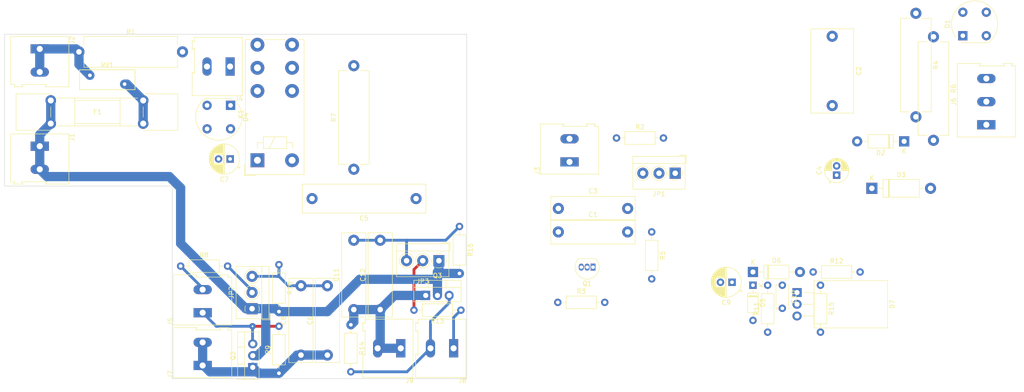
<source format=kicad_pcb>
(kicad_pcb (version 20211014) (generator pcbnew)
  (layers (0 "F.Cu" signal) (31 "B.Cu" signal) (34 "B.Paste" user) (35 "F.Paste" user) (36 "B.SilkS" user "B.Silkscreen") (37 "F.SilkS" user "F.Silkscreen") (38 "B.Mask" user) (39 "F.Mask" user) (44 "Edge.Cuts" user))
  (net 0 "")
  (net 1 "/RL_PoleOneNC")
  (net 2 "/Timed live")
  (net 3 "Net-(C1-Pad2)")
  (net 4 "Net-(C2-Pad2)")
  (net 5 "Net-(C5-Pad2)")
  (net 6 "Net-(C6-Pad2)")
  (net 7 "/Inrush protection")
  (net 8 "Net-(C4-Pad1)")
  (net 9 "Net-(C10-Pad1)")
  (net 10 "Net-(C10-Pad2)")
  (net 11 "Net-(C11-Pad2)")
  (net 12 "/Protection short")
  (net 13 "Net-(C4-Pad2)")
  (net 14 "/Timing signal")
  (net 15 "Net-(C7-Pad1)")
  (net 16 "/Control neutral")
  (net 17 "Net-(D6-Pad2)")
  (net 18 "/Live")
  (net 19 "/Neutral")
  (net 20 "Net-(D2-Pad2)")
  (net 21 "Net-(J3-Pad1)")
  (net 22 "Net-(J5-Pad1)")
  (net 23 "Net-(J5-Pad2)")
  (net 24 "Net-(Q3-Pad3)")
  (net 25 "Net-(R13-Pad1)")
  (net 26 "/Control Live")
  (net 27 "Net-(JP1-Pad2)")
  (net 28 "Net-(JP2-Pad2)")
  (net 29 "Net-(J3-Pad2)")
  (net 33 "Net-(R12-Pad2)")
  (net 34 "Net-(R13-Pad2)")
  (footprint "Capacitor_THT:C_Rect_L26.5mm_W6.0mm_P22.50mm_MKS4" (layer "F.Cu") (at 121.0375 60.96 180)
    (fp_text reference "C5" (at 11.25 -4.25) (layer "F.SilkS"))
    (fp_text value "220uF")
    (pad "1" thru_hole circle (at 0 0 180) (size 2.4 2.4) (drill 1.2) (layers *.Cu *.Mask) (net 2 "/Timed live"))
    (pad "2" thru_hole circle (at 22.5 0 180) (size 2.4 2.4) (drill 1.2) (layers *.Cu *.Mask) (net 5 "Net-(C5-Pad2)"))
  )
  (footprint "TerminalBlock:TerminalBlock_Altech_AK300-2_P5.00mm" (layer "F.Cu") (at 74.8625 85.645 90)
    (fp_text reference "J5" (at -1.92 -6.99 90) (layer "F.SilkS"))
    (fp_text value "Screw_Terminal_01x02")
    (pad "1" thru_hole rect (at 0 0 90) (size 1.98 3.96) (drill 1.32) (layers *.Cu *.Mask) (net 22 "Net-(J5-Pad1)"))
    (pad "2" thru_hole oval (at 5 0 90) (size 1.98 3.96) (drill 1.32) (layers *.Cu *.Mask) (net 23 "Net-(J5-Pad2)"))
  )
  (footprint "TerminalBlock:TerminalBlock_Altech_AK300-2_P5.00mm" (layer "F.Cu") (at 74.8625 97.0625 90)
    (fp_text reference "J7" (at -1.92 -6.99 90) (layer "F.SilkS"))
    (fp_text value "Screw_Terminal_01x02")
    (pad "1" thru_hole rect (at 0 0 90) (size 1.98 3.96) (drill 1.32) (layers *.Cu *.Mask) (net 7 "/Inrush protection"))
    (pad "2" thru_hole oval (at 5 0 90) (size 1.98 3.96) (drill 1.32) (layers *.Cu *.Mask) (net 7 "/Inrush protection"))
  )
  (footprint "Capacitor_THT:C_Rect_L18.0mm_W5.0mm_P15.00mm_FKS3_FKP3" (layer "F.Cu") (at 101.85 94.8125 90)
    (fp_text reference "C6" (at 7.5 -3.75 90) (layer "F.SilkS"))
    (fp_text value "10nF")
    (pad "1" thru_hole circle (at 0 0 90) (size 2.4 2.4) (drill 1.2) (layers *.Cu *.Mask) (net 7 "/Inrush protection"))
    (pad "2" thru_hole circle (at 15 0 90) (size 2.4 2.4) (drill 1.2) (layers *.Cu *.Mask) (net 6 "Net-(C6-Pad2)"))
  )
  (footprint "Resistor_THT:R_Axial_DIN0207_L6.3mm_D2.5mm_P10.16mm_Horizontal" (layer "F.Cu") (at 151.6975 83.41)
    (fp_text reference "R3" (at 5.08 -2.37) (layer "F.SilkS"))
    (fp_text value "390")
    (pad "1" thru_hole circle (at 0 0) (size 1.6 1.6) (drill 0.8) (layers *.Cu *.Mask) (net 2 "/Timed live"))
    (pad "2" thru_hole oval (at 10.16 0) (size 1.6 1.6) (drill 0.8) (layers *.Cu *.Mask) (net 21 "Net-(J3-Pad1)"))
  )
  (footprint "Diode_THT:D_DO-15_P12.70mm_Horizontal" (layer "F.Cu") (at 219.6425 58.7375)
    (fp_text reference "D3" (at 6.35 -2.92) (layer "F.SilkS"))
    (fp_text value "D_TVS_Filled")
    (fp_text user "K" (at 0 -2.2) (layer "F.SilkS"))
    (pad "1" thru_hole rect (at 0 0) (size 2.4 2.4) (drill 1.2) (layers *.Cu *.Mask) (net 13 "Net-(C4-Pad2)"))
    (pad "2" thru_hole oval (at 12.7 0) (size 2.4 2.4) (drill 1.2) (layers *.Cu *.Mask) (net 8 "Net-(C4-Pad1)"))
  )
  (footprint "Resistor_THT:R_Axial_DIN0207_L6.3mm_D2.5mm_P10.16mm_Horizontal" (layer "F.Cu") (at 164.3975 47.85)
    (fp_text reference "R2" (at 5.08 -2.37) (layer "F.SilkS"))
    (fp_text value "360")
    (pad "1" thru_hole circle (at 0 0) (size 1.6 1.6) (drill 0.8) (layers *.Cu *.Mask) (net 29 "Net-(J3-Pad2)"))
    (pad "2" thru_hole oval (at 10.16 0) (size 1.6 1.6) (drill 0.8) (layers *.Cu *.Mask) (net 27 "Net-(JP1-Pad2)"))
  )
  (footprint "Diode_THT:D_DO-35_SOD27_P7.62mm_Horizontal" (layer "F.Cu") (at 193.925 79.6925 -90)
    (fp_text reference "D5" (at 3.81 -2.12 -270) (layer "F.SilkS"))
    (fp_text value "15V")
    (fp_text user "K" (at 0 -1.8 -270) (layer "F.SilkS"))
    (pad "1" thru_hole rect (at 0 0 270) (size 1.6 1.6) (drill 0.8) (layers *.Cu *.Mask) (net 15 "Net-(C7-Pad1)"))
    (pad "2" thru_hole oval (at 7.62 0 270) (size 1.6 1.6) (drill 0.8) (layers *.Cu *.Mask) (net 10 "Net-(C10-Pad2)"))
  )
  (footprint "Resistor_THT:R_Axial_DIN0207_L6.3mm_D2.5mm_P10.16mm_Horizontal" (layer "F.Cu") (at 70.1 75.565)
    (fp_text reference "R8" (at 5.08 -2.37) (layer "F.SilkS"))
    (fp_text value "360")
    (pad "1" thru_hole circle (at 0 0) (size 1.6 1.6) (drill 0.8) (layers *.Cu *.Mask) (net 23 "Net-(J5-Pad2)"))
    (pad "2" thru_hole oval (at 10.16 0) (size 1.6 1.6) (drill 0.8) (layers *.Cu *.Mask) (net 28 "Net-(JP2-Pad2)"))
  )
  (footprint "Diode_THT:D_DO-41_SOD81_P10.16mm_Horizontal" (layer "F.Cu") (at 193.925 76.835)
    (fp_text reference "D6" (at 5.08 -2.47) (layer "F.SilkS"))
    (fp_text value "1N4001")
    (fp_text user "K" (at 0 -2.1) (layer "F.SilkS"))
    (pad "1" thru_hole rect (at 0 0) (size 2.2 2.2) (drill 1.1) (layers *.Cu *.Mask) (net 15 "Net-(C7-Pad1)"))
    (pad "2" thru_hole oval (at 10.16 0) (size 2.2 2.2) (drill 1.1) (layers *.Cu *.Mask) (net 17 "Net-(D6-Pad2)"))
  )
  (footprint "Resistor_THT:R_Axial_DIN0207_L6.3mm_D2.5mm_P10.16mm_Horizontal" (layer "F.Cu") (at 130.7425 85.09 180)
    (fp_text reference "R13" (at 5.08 -2.37) (layer "F.SilkS"))
    (fp_text value "360")
    (pad "1" thru_hole circle (at 0 0 180) (size 1.6 1.6) (drill 0.8) (layers *.Cu *.Mask) (net 25 "Net-(R13-Pad1)"))
    (pad "2" thru_hole oval (at 10.16 0 180) (size 1.6 1.6) (drill 0.8) (layers *.Cu *.Mask) (net 34 "Net-(R13-Pad2)"))
  )
  (footprint "TerminalBlock_4Ucon:TerminalBlock_4Ucon_1x03_P3.50mm_Horizontal" (layer "F.Cu") (at 177.0975 55.47 180)
    (fp_text reference "JP1" (at 3.5 -4.46 180) (layer "F.SilkS"))
    (fp_text value "Jumper_3_Open")
    (pad "1" thru_hole rect (at 0 0 180) (size 2.4 2.4) (drill 1.2) (layers *.Cu *.Mask) (net 26 "/Control Live"))
    (pad "2" thru_hole circle (at 3.5 0 180) (size 2.4 2.4) (drill 1.2) (layers *.Cu *.Mask) (net 27 "Net-(JP1-Pad2)"))
    (pad "3" thru_hole circle (at 7 0 180) (size 2.4 2.4) (drill 1.2) (layers *.Cu *.Mask) (net 3 "Net-(C1-Pad2)"))
  )
  (footprint "Resistor_THT:R_Axial_DIN0207_L6.3mm_D2.5mm_P10.16mm_Horizontal" (layer "F.Cu") (at 130.425 66.9925 -90)
    (fp_text reference "R16" (at 5.08 -2.37 90) (layer "F.SilkS"))
    (fp_text value "47")
    (pad "1" thru_hole circle (at 0 0 270) (size 1.6 1.6) (drill 0.8) (layers *.Cu *.Mask) (net 11 "Net-(C11-Pad2)"))
    (pad "2" thru_hole oval (at 10.16 0 270) (size 1.6 1.6) (drill 0.8) (layers *.Cu *.Mask) (net 18 "/Live"))
  )
  (footprint "Varistor:RV_Disc_D12mm_W4.3mm_P7.5mm" (layer "F.Cu") (at 57.975 36.1925 180)
    (fp_text reference "RV1" (at 3.75 4.1) (layer "F.SilkS"))
    (fp_text value "Varistor")
    (pad "1" thru_hole circle (at 0 0 180) (size 1.8 1.8) (drill 0.8) (layers *.Cu *.Mask) (net 26 "/Control Live"))
    (pad "2" thru_hole circle (at 7.5 1.9 180) (size 1.8 1.8) (drill 0.8) (layers *.Cu *.Mask) (net 19 "/Neutral"))
  )
  (footprint "Diode_THT:D_DO-41_SOD81_P10.16mm_Horizontal" (layer "F.Cu") (at 226.6275 48.5775 180)
    (fp_text reference "D2" (at 5.08 -2.47) (layer "F.SilkS"))
    (fp_text value "STTH110")
    (fp_text user "K" (at 0 -2.1) (layer "F.SilkS"))
    (pad "1" thru_hole rect (at 0 0 180) (size 2.2 2.2) (drill 1.1) (layers *.Cu *.Mask) (net 14 "/Timing signal"))
    (pad "2" thru_hole oval (at 10.16 0 180) (size 2.2 2.2) (drill 1.1) (layers *.Cu *.Mask) (net 20 "Net-(D2-Pad2)"))
  )
  (footprint "Diode_THT:Diode_Bridge_Round_D9.8mm" (layer "F.Cu") (at 80.9 40.79 -90)
    (fp_text reference "D4" (at 2.54 -3.302 90) (layer "F.SilkS"))
    (fp_text value "B80C800G")
    (pad "1" thru_hole rect (at 0 0 270) (size 2 2) (drill 1) (layers *.Cu *.Mask) (net 15 "Net-(C7-Pad1)"))
    (pad "2" thru_hole oval (at 0 5.08 270) (size 2 2) (drill 1) (layers *.Cu *.Mask) (net 16 "/Control neutral"))
    (pad "3" thru_hole oval (at 5.08 5.08 270) (size 2 2) (drill 1) (layers *.Cu *.Mask) (net 9 "Net-(C10-Pad1)"))
    (pad "4" thru_hole oval (at 5.08 0 270) (size 2 2) (drill 1) (layers *.Cu *.Mask) (net 5 "Net-(C5-Pad2)"))
  )
  (footprint "TerminalBlock:TerminalBlock_Altech_AK300-2_P5.00mm" (layer "F.Cu") (at 129.155 93.345 180)
    (fp_text reference "J8" (at -1.92 -6.99) (layer "F.SilkS"))
    (fp_text value "Screw_Terminal_01x02")
    (pad "1" thru_hole rect (at 0 0 180) (size 1.98 3.96) (drill 1.32) (layers *.Cu *.Mask) (net 25 "Net-(R13-Pad1)"))
    (pad "2" thru_hole oval (at 5 0 180) (size 1.98 3.96) (drill 1.32) (layers *.Cu *.Mask) (net 24 "Net-(Q3-Pad3)"))
  )
  (footprint "Package_TO_SOT_THT:TO-220-3_Vertical" (layer "F.Cu") (at 123.1225 81.9075)
    (fp_text reference "Q3" (at 2.54 -4.27) (layer "F.SilkS"))
    (fp_text value "BTB16-800CW")
    (pad "1" thru_hole rect (at 0 0) (size 1.905 2) (drill 1.1) (layers *.Cu *.Mask) (net 12 "/Protection short"))
    (pad "2" thru_hole oval (at 2.54 0) (size 1.905 2) (drill 1.1) (layers *.Cu *.Mask) (net 18 "/Live"))
    (pad "3" thru_hole oval (at 5.08 0) (size 1.905 2) (drill 1.1) (layers *.Cu *.Mask) (net 24 "Net-(Q3-Pad3)"))
  )
  (footprint "TerminalBlock:TerminalBlock_Altech_AK300-2_P5.00mm" (layer "F.Cu") (at 39.62 28.575 -90)
    (fp_text reference "J2" (at -1.92 -6.99 90) (layer "F.SilkS"))
    (fp_text value "Screw_Terminal_01x02")
    (pad "1" thru_hole rect (at 0 0 270) (size 1.98 3.96) (drill 1.32) (layers *.Cu *.Mask) (net 19 "/Neutral"))
    (pad "2" thru_hole oval (at 5 0 270) (size 1.98 3.96) (drill 1.32) (layers *.Cu *.Mask) (net 19 "/Neutral"))
  )
  (footprint "Resistor_THT:R_Axial_Power_L20.0mm_W6.4mm_P22.40mm" (layer "F.Cu") (at 229.1675 20.8675 -90)
    (fp_text reference "R4" (at 11.2 -4.32 90) (layer "F.SilkS"))
    (fp_text value "1M")
    (pad "1" thru_hole circle (at 0 0 270) (size 2.4 2.4) (drill 1.2) (layers *.Cu *.Mask) (net 1 "/RL_PoleOneNC"))
    (pad "2" thru_hole oval (at 22.4 0 270) (size 2.4 2.4) (drill 1.2) (layers *.Cu *.Mask) (net 4 "Net-(C2-Pad2)"))
  )
  (footprint "Capacitor_THT:C_Rect_L18.0mm_W5.0mm_P15.00mm_FKS3_FKP3" (layer "F.Cu") (at 113.28 84.97 90)
    (fp_text reference "C12" (at 7.5 -3.75 90) (layer "F.SilkS"))
    (fp_text value "10nF")
    (pad "1" thru_hole circle (at 0 0 90) (size 2.4 2.4) (drill 1.2) (layers *.Cu *.Mask) (net 12 "/Protection short"))
    (pad "2" thru_hole circle (at 15 0 90) (size 2.4 2.4) (drill 1.2) (layers *.Cu *.Mask) (net 11 "Net-(C11-Pad2)"))
  )
  (footprint "Resistor_THT:R_Axial_DIN0207_L6.3mm_D2.5mm_P10.16mm_Horizontal" (layer "F.Cu") (at 197.1 89.8525 90)
    (fp_text reference "R11" (at 5.08 -2.37 90) (layer "F.SilkS"))
    (fp_text value "470R")
    (pad "1" thru_hole circle (at 0 0 90) (size 1.6 1.6) (drill 0.8) (layers *.Cu *.Mask) (net 10 "Net-(C10-Pad2)"))
    (pad "2" thru_hole oval (at 10.16 0 90) (size 1.6 1.6) (drill 0.8) (layers *.Cu *.Mask) (net 9 "Net-(C10-Pad1)"))
  )
  (footprint "Capacitor_THT:C_Disc_D5.0mm_W2.5mm_P5.00mm" (layer "F.Cu") (at 200.275 79.6925 -90)
    (fp_text reference "C10" (at 2.5 -2.5 90) (layer "F.SilkS"))
    (fp_text value "100nF")
    (pad "1" thru_hole circle (at 0 0 270) (size 1.6 1.6) (drill 0.8) (layers *.Cu *.Mask) (net 9 "Net-(C10-Pad1)"))
    (pad "2" thru_hole circle (at 5 0 270) (size 1.6 1.6) (drill 0.8) (layers *.Cu *.Mask) (net 10 "Net-(C10-Pad2)"))
  )
  (footprint "Capacitor_THT:C_Rect_L18.0mm_W5.0mm_P15.00mm_FKS3_FKP3" (layer "F.Cu") (at 151.8175 68.17)
    (fp_text reference "C1" (at 7.5 -3.75) (layer "F.SilkS"))
    (fp_text value "10nF")
    (pad "1" thru_hole circle (at 0 0) (size 2.4 2.4) (drill 1.2) (layers *.Cu *.Mask) (net 2 "/Timed live"))
    (pad "2" thru_hole circle (at 15 0) (size 2.4 2.4) (drill 1.2) (layers *.Cu *.Mask) (net 3 "Net-(C1-Pad2)"))
  )
  (footprint "TerminalBlock:TerminalBlock_Altech_AK300-3_P5.00mm" (layer "F.Cu") (at 244.4175 44.9825 90)
    (fp_text reference "J6" (at 5 -7.1 90) (layer "F.SilkS"))
    (fp_text value "Screw_Terminal_01x03")
    (pad "1" thru_hole rect (at 0 0 90) (size 1.98 3.96) (drill 1.32) (layers *.Cu *.Mask) (net 14 "/Timing signal"))
    (pad "2" thru_hole oval (at 5 0 90) (size 1.98 3.96) (drill 1.32) (layers *.Cu *.Mask) (net 8 "Net-(C4-Pad1)"))
    (pad "3" thru_hole oval (at 10 0 90) (size 1.98 3.96) (drill 1.32) (layers *.Cu *.Mask) (net 13 "Net-(C4-Pad2)"))
  )
  (footprint "ITFootprints:Fuseholder_Clip-5x20mmOr6.3x32_Schurter_OG_Lateral_P20.00x5.00mm_D1.3mm_Horizontal" (layer "F.Cu") (at 42.0025 39.7275)
    (fp_text reference "F1" (at 10.1 2.5) (layer "F.SilkS"))
    (fp_text value "Fuse")
    (pad "1" thru_hole circle (at 0 5) (size 2.3 2.3) (drill 1.3) (layers *.Cu *.Mask) (net 18 "/Live"))
    (pad "1" thru_hole circle (at 0 0) (size 2.3 2.3) (drill 1.3) (layers *.Cu *.Mask) (net 18 "/Live"))
    (pad "2" thru_hole circle (at 20 0) (size 2.3 2.3) (drill 1.3) (layers *.Cu *.Mask) (net 26 "/Control Live"))
    (pad "2" thru_hole circle (at 20 5) (size 2.3 2.3) (drill 1.3) (layers *.Cu *.Mask) (net 26 "/Control Live"))
  )
  (footprint "Capacitor_THT:C_Rect_L18.0mm_W5.0mm_P15.00mm_FKS3_FKP3" (layer "F.Cu") (at 107.565 84.97 90)
    (fp_text reference "C11" (at 7.5 -3.75 90) (layer "F.SilkS"))
    (fp_text value "10nF")
    (pad "1" thru_hole circle (at 0 0 90) (size 2.4 2.4) (drill 1.2) (layers *.Cu *.Mask) (net 12 "/Protection short"))
    (pad "2" thru_hole circle (at 15 0 90) (size 2.4 2.4) (drill 1.2) (layers *.Cu *.Mask) (net 11 "Net-(C11-Pad2)"))
  )
  (footprint "Resistor_THT:R_Axial_DIN0207_L6.3mm_D2.5mm_P10.16mm_Horizontal" (layer "F.Cu") (at 91.3725 98.7425 90)
    (fp_text reference "R9" (at 5.08 -2.37 90) (layer "F.SilkS"))
    (fp_text value "390")
    (pad "1" thru_hole circle (at 0 0 90) (size 1.6 1.6) (drill 0.8) (layers *.Cu *.Mask) (net 7 "/Inrush protection"))
    (pad "2" thru_hole oval (at 10.16 0 90) (size 1.6 1.6) (drill 0.8) (layers *.Cu *.Mask) (net 22 "Net-(J5-Pad1)"))
  )
  (footprint "Resistor_THT:R_Axial_DIN0207_L6.3mm_D2.5mm_P10.16mm_Horizontal" (layer "F.Cu") (at 172.0175 68.17 -90)
    (fp_text reference "R5" (at 5.08 -2.37 90) (layer "F.SilkS"))
    (fp_text value "47")
    (pad "1" thru_hole circle (at 0 0 270) (size 1.6 1.6) (drill 0.8) (layers *.Cu *.Mask) (net 3 "Net-(C1-Pad2)"))
    (pad "2" thru_hole oval (at 10.16 0 270) (size 1.6 1.6) (drill 0.8) (layers *.Cu *.Mask) (net 26 "/Control Live"))
  )
  (footprint "Resistor_THT:R_Axial_DIN0207_L6.3mm_D2.5mm_P10.16mm_Horizontal" (layer "F.Cu") (at 91.3725 75.2475 -90)
    (fp_text reference "R10" (at 5.08 -2.37 90) (layer "F.SilkS"))
    (fp_text value "47")
    (pad "1" thru_hole circle (at 0 0 270) (size 1.6 1.6) (drill 0.8) (layers *.Cu *.Mask) (net 6 "Net-(C6-Pad2)"))
    (pad "2" thru_hole oval (at 10.16 0 270) (size 1.6 1.6) (drill 0.8) (layers *.Cu *.Mask) (net 18 "/Live"))
  )
  (footprint "Relay_THT:Relay_DPDT_Finder_40.52" (layer "F.Cu") (at 86.7125 52.665 90)
    (fp_text reference "K1" (at 10 -3.6 90) (layer "F.SilkS"))
    (fp_text value "FINDER-30.22")
    (pad "11" thru_hole circle (at 20 0 90) (size 3 3) (drill 1.5) (layers *.Cu *.Mask) (net 26 "/Control Live"))
    (pad "12" thru_hole circle (at 15 0 90) (size 3 3) (drill 1.5) (layers *.Cu *.Mask) (net 1 "/RL_PoleOneNC"))
    (pad "14" thru_hole circle (at 25 0 90) (size 3 3) (drill 1.5) (layers *.Cu *.Mask) (net 2 "/Timed live"))
    (pad "21" thru_hole circle (at 20 7.5 90) (size 3 3) (drill 1.5) (layers *.Cu *.Mask))
    (pad "22" thru_hole circle (at 15 7.5 90) (size 3 3) (drill 1.5) (layers *.Cu *.Mask))
    (pad "24" thru_hole circle (at 25 7.5 90) (size 3 3) (drill 1.5) (layers *.Cu *.Mask))
    (pad "A1" thru_hole rect (at 0 0 90) (size 3 3) (drill 1.5) (layers *.Cu *.Mask) (net 15 "Net-(C7-Pad1)"))
    (pad "A2" thru_hole circle (at 0 7.5 90) (size 3 3) (drill 1.5) (layers *.Cu *.Mask) (net 17 "Net-(D6-Pad2)"))
  )
  (footprint "Resistor_THT:R_Axial_DIN0207_L6.3mm_D2.5mm_P10.16mm_Horizontal" (layer "F.Cu") (at 208.53 79.6925 -90)
    (fp_text reference "R15" (at 5.08 -2.37 90) (layer "F.SilkS"))
    (fp_text value "7.5k")
    (pad "1" thru_hole circle (at 0 0 270) (size 1.6 1.6) (drill 0.8) (layers *.Cu *.Mask) (net 33 "Net-(R12-Pad2)"))
    (pad "2" thru_hole oval (at 10.16 0 270) (size 1.6 1.6) (drill 0.8) (layers *.Cu *.Mask) (net 17 "Net-(D6-Pad2)"))
  )
  (footprint "Package_TO_SOT_THT:TO-220-3_Vertical" (layer "F.Cu") (at 85.7025 97.4725 90)
    (fp_text reference "Q2" (at 2.54 -4.27 90) (layer "F.SilkS"))
    (fp_text value "BTB16-800CW")
    (pad "1" thru_hole rect (at 0 0 90) (size 1.905 2) (drill 1.1) (layers *.Cu *.Mask) (net 7 "/Inrush protection"))
    (pad "2" thru_hole oval (at 2.54 0 90) (size 1.905 2) (drill 1.1) (layers *.Cu *.Mask) (net 18 "/Live"))
    (pad "3" thru_hole oval (at 5.08 0 90) (size 1.905 2) (drill 1.1) (layers *.Cu *.Mask) (net 22 "Net-(J5-Pad1)"))
  )
  (footprint "Capacitor_THT:CP_Radial_D6.3mm_P2.50mm" (layer "F.Cu") (at 80.80738 52.3875 180)
    (fp_text reference "C7" (at 1.25 -4.4) (layer "F.SilkS"))
    (fp_text value "100uF")
    (pad "1" thru_hole rect (at 0 0 180) (size 1.6 1.6) (drill 0.8) (layers *.Cu *.Mask) (net 15 "Net-(C7-Pad1)"))
    (pad "2" thru_hole circle (at 2.5 0 180) (size 1.6 1.6) (drill 0.8) (layers *.Cu *.Mask) (net 9 "Net-(C10-Pad1)"))
  )
  (footprint "TerminalBlock:TerminalBlock_Altech_AK300-2_P5.00mm" (layer "F.Cu") (at 80.8025 32.385 180)
    (fp_text reference "J4" (at -1.92 -6.99) (layer "F.SilkS"))
    (fp_text value "Screw_Terminal_01x02")
    (pad "1" thru_hole rect (at 0 0 180) (size 1.98 3.96) (drill 1.32) (layers *.Cu *.Mask) (net 2 "/Timed live"))
    (pad "2" thru_hole oval (at 5 0 180) (size 1.98 3.96) (drill 1.32) (layers *.Cu *.Mask) (net 16 "/Control neutral"))
  )
  (footprint "Package_TO_SOT_THT:TO-220-3_Horizontal_TabDown" (layer "F.Cu") (at 203.4575 81.28 -90)
    (fp_text reference "D7" (at 2.54 -20.58 -90) (layer "F.SilkS"))
    (fp_text value "Q_SCR_KAG")
    (pad "" np_thru_hole oval (at 2.54 -16.66 270) (size 3.5 3.5) (drill 3.5) (layers *.Cu *.Mask))
    (pad "1" thru_hole rect (at 0 0 270) (size 1.905 2) (drill 1.1) (layers *.Cu *.Mask) (net 9 "Net-(C10-Pad1)"))
    (pad "2" thru_hole oval (at 2.54 0 270) (size 1.905 2) (drill 1.1) (layers *.Cu *.Mask) (net 17 "Net-(D6-Pad2)"))
    (pad "3" thru_hole oval (at 5.08 0 270) (size 1.905 2) (drill 1.1) (layers *.Cu *.Mask) (net 10 "Net-(C10-Pad2)"))
  )
  (footprint "Resistor_THT:R_Axial_Power_L20.0mm_W6.4mm_P22.40mm" (layer "F.Cu") (at 232.9775 25.9475 -90)
    (fp_text reference "R6" (at 11.2 -4.32 90) (layer "F.SilkS"))
    (fp_text value "1M")
    (pad "1" thru_hole circle (at 0 0 270) (size 2.4 2.4) (drill 1.2) (layers *.Cu *.Mask) (net 20 "Net-(D2-Pad2)"))
    (pad "2" thru_hole oval (at 22.4 0 270) (size 2.4 2.4) (drill 1.2) (layers *.Cu *.Mask) (net 1 "/RL_PoleOneNC"))
  )
  (footprint "TerminalBlock:TerminalBlock_Altech_AK300-2_P5.00mm" (layer "F.Cu") (at 117.725 93.345 180)
    (fp_text reference "J9" (at -1.92 -6.99) (layer "F.SilkS"))
    (fp_text value "Screw_Terminal_01x02")
    (pad "1" thru_hole rect (at 0 0 180) (size 1.98 3.96) (drill 1.32) (layers *.Cu *.Mask) (net 12 "/Protection short"))
    (pad "2" thru_hole oval (at 5 0 180) (size 1.98 3.96) (drill 1.32) (layers *.Cu *.Mask) (net 12 "/Protection short"))
  )
  (footprint "Resistor_THT:R_Axial_Power_L20.0mm_W6.4mm_P22.40mm" (layer "F.Cu") (at 48.105 29.21)
    (fp_text reference "R1" (at 11.2 -4.32) (layer "F.SilkS"))
    (fp_text value "100R")
    (pad "1" thru_hole circle (at 0 0) (size 2.4 2.4) (drill 1.2) (layers *.Cu *.Mask) (net 19 "/Neutral"))
    (pad "2" thru_hole oval (at 22.4 0) (size 2.4 2.4) (drill 1.2) (layers *.Cu *.Mask) (net 16 "/Control neutral"))
  )
  (footprint "Resistor_THT:R_Axial_DIN0207_L6.3mm_D2.5mm_P10.16mm_Horizontal" (layer "F.Cu") (at 106.93 88.265 -90)
    (fp_text reference "R14" (at 5.08 -2.37 90) (layer "F.SilkS"))
    (fp_text value "390")
    (pad "1" thru_hole circle (at 0 0 270) (size 1.6 1.6) (drill 0.8) (layers *.Cu *.Mask) (net 12 "/Protection short"))
    (pad "2" thru_hole oval (at 10.16 0 270) (size 1.6 1.6) (drill 0.8) (layers *.Cu *.Mask) (net 24 "Net-(Q3-Pad3)"))
  )
  (footprint "Package_TO_SOT_THT:TO-92_Inline" (layer "F.Cu") (at 159.3175 75.79 180)
    (fp_text reference "Q1" (at 1.27 -3.56) (layer "F.SilkS"))
    (fp_text value "BT169G")
    (pad "1" thru_hole rect (at 0 0 180) (size 1.05 1.5) (drill 0.75) (layers *.Cu *.Mask) (net 26 "/Control Live"))
    (pad "2" thru_hole oval (at 1.27 0 180) (size 1.05 1.5) (drill 0.75) (layers *.Cu *.Mask) (net 21 "Net-(J3-Pad1)"))
    (pad "3" thru_hole oval (at 2.54 0 180) (size 1.05 1.5) (drill 0.75) (layers *.Cu *.Mask) (net 2 "/Timed live"))
  )
  (footprint "Capacitor_THT:C_Rect_L18.0mm_W9.0mm_P15.00mm_FKS3_FKP3" (layer "F.Cu") (at 211.07 25.8375 -90)
    (fp_text reference "C2" (at 7.5 -5.75 90) (layer "F.SilkS"))
    (fp_text value "330uF")
    (pad "1" thru_hole circle (at 0 0 270) (size 2.4 2.4) (drill 1.2) (layers *.Cu *.Mask) (net 1 "/RL_PoleOneNC"))
    (pad "2" thru_hole circle (at 15 0 270) (size 2.4 2.4) (drill 1.2) (layers *.Cu *.Mask) (net 4 "Net-(C2-Pad2)"))
  )
  (footprint "TerminalBlock:TerminalBlock_Altech_AK300-2_P5.00mm" (layer "F.Cu") (at 39.62 49.6225 -90)
    (fp_text reference "J1" (at -1.92 -6.99 90) (layer "F.SilkS"))
    (fp_text value "Screw_Terminal_01x02")
    (pad "1" thru_hole rect (at 0 0 270) (size 1.98 3.96) (drill 1.32) (layers *.Cu *.Mask) (net 18 "/Live"))
    (pad "2" thru_hole oval (at 5 0 270) (size 1.98 3.96) (drill 1.32) (layers *.Cu *.Mask) (net 18 "/Live"))
  )
  (footprint "Resistor_THT:R_Axial_DIN0207_L6.3mm_D2.5mm_P10.16mm_Horizontal" (layer "F.Cu") (at 206.9425 76.835)
    (fp_text reference "R12" (at 5.08 -2.37) (layer "F.SilkS"))
    (fp_text value "7.5k")
    (pad "1" thru_hole circle (at 0 0) (size 1.6 1.6) (drill 0.8) (layers *.Cu *.Mask) (net 15 "Net-(C7-Pad1)"))
    (pad "2" thru_hole oval (at 10.16 0) (size 1.6 1.6) (drill 0.8) (layers *.Cu *.Mask) (net 33 "Net-(R12-Pad2)"))
  )
  (footprint "Capacitor_THT:C_Rect_L18.0mm_W5.0mm_P15.00mm_FKS3_FKP3" (layer "F.Cu") (at 96.135 94.8125 90)
    (fp_text reference "C8" (at 7.5 -3.75 90) (layer "F.SilkS"))
    (fp_text value "10nF")
    (pad "1" thru_hole circle (at 0 0 90) (size 2.4 2.4) (drill 1.2) (layers *.Cu *.Mask) (net 7 "/Inrush protection"))
    (pad "2" thru_hole circle (at 15 0 90) (size 2.4 2.4) (drill 1.2) (layers *.Cu *.Mask) (net 6 "Net-(C6-Pad2)"))
  )
  (footprint "TerminalBlock_4Ucon:TerminalBlock_4Ucon_1x03_P3.50mm_Horizontal" (layer "F.Cu") (at 85.5575 84.78 90)
    (fp_text reference "JP2" (at 3.5 -4.46 90) (layer "F.SilkS"))
    (fp_text value "Jumper_3_Open")
    (pad "1" thru_hole rect (at 0 0 90) (size 2.4 2.4) (drill 1.2) (layers *.Cu *.Mask) (net 18 "/Live"))
    (pad "2" thru_hole circle (at 3.5 0 90) (size 2.4 2.4) (drill 1.2) (layers *.Cu *.Mask) (net 28 "Net-(JP2-Pad2)"))
    (pad "3" thru_hole circle (at 7 0 90) (size 2.4 2.4) (drill 1.2) (layers *.Cu *.Mask) (net 6 "Net-(C6-Pad2)"))
  )
  (footprint "Capacitor_THT:C_Rect_L18.0mm_W5.0mm_P15.00mm_FKS3_FKP3" (layer "F.Cu") (at 151.8175 63.09)
    (fp_text reference "C3" (at 7.5 -3.75) (layer "F.SilkS"))
    (fp_text value "10nF")
    (pad "1" thru_hole circle (at 0 0) (size 2.4 2.4) (drill 1.2) (layers *.Cu *.Mask) (net 2 "/Timed live"))
    (pad "2" thru_hole circle (at 15 0) (size 2.4 2.4) (drill 1.2) (layers *.Cu *.Mask) (net 3 "Net-(C1-Pad2)"))
  )
  (footprint "Diode_THT:Diode_Bridge_Round_D9.8mm" (layer "F.Cu") (at 239.3275 25.7175 90)
    (fp_text reference "D1" (at 2.54 -3.302 90) (layer "F.SilkS"))
    (fp_text value "B80C1500G")
    (pad "1" thru_hole rect (at 0 0 90) (size 2 2) (drill 1) (layers *.Cu *.Mask) (net 8 "Net-(C4-Pad1)"))
    (pad "2" thru_hole oval (at 0 5.08 90) (size 2 2) (drill 1) (layers *.Cu *.Mask) (net 16 "/Control neutral"))
    (pad "3" thru_hole oval (at 5.08 5.08 90) (size 2 2) (drill 1) (layers *.Cu *.Mask) (net 13 "Net-(C4-Pad2)"))
    (pad "4" thru_hole oval (at 5.08 0 90) (size 2 2) (drill 1) (layers *.Cu *.Mask) (net 4 "Net-(C2-Pad2)"))
  )
  (footprint "Capacitor_THT:CP_Radial_D5.0mm_P2.00mm" (layer "F.Cu") (at 212.0225 55.882613 90)
    (fp_text reference "C4" (at 1 -3.75 90) (layer "F.SilkS"))
    (fp_text value "10uF")
    (pad "1" thru_hole rect (at 0 0 90) (size 1.6 1.6) (drill 0.8) (layers *.Cu *.Mask) (net 8 "Net-(C4-Pad1)"))
    (pad "2" thru_hole circle (at 2 0 90) (size 1.6 1.6) (drill 0.8) (layers *.Cu *.Mask) (net 13 "Net-(C4-Pad2)"))
  )
  (footprint "Resistor_THT:R_Axial_Power_L20.0mm_W6.4mm_P22.40mm" (layer "F.Cu") (at 107.565 54.61 90)
    (fp_text reference "R7" (at 11.2 -4.32 90) (layer "F.SilkS"))
    (fp_text value "1M")
    (pad "1" thru_hole circle (at 0 0 90) (size 2.4 2.4) (drill 1.2) (layers *.Cu *.Mask) (net 2 "/Timed live"))
    (pad "2" thru_hole oval (at 22.4 0 90) (size 2.4 2.4) (drill 1.2) (layers *.Cu *.Mask) (net 5 "Net-(C5-Pad2)"))
  )
  (footprint "TerminalBlock:TerminalBlock_Altech_AK300-2_P5.00mm" (layer "F.Cu") (at 154.2375 53.0225 90)
    (fp_text reference "J3" (at -1.92 -6.99 90) (layer "F.SilkS"))
    (fp_text value "Screw_Terminal_01x02")
    (pad "1" thru_hole rect (at 0 0 90) (size 1.98 3.96) (drill 1.32) (layers *.Cu *.Mask) (net 21 "Net-(J3-Pad1)"))
    (pad "2" thru_hole oval (at 5 0 90) (size 1.98 3.96) (drill 1.32) (layers *.Cu *.Mask) (net 29 "Net-(J3-Pad2)"))
  )
  (footprint "Capacitor_THT:CP_Radial_D6.3mm_P2.50mm" (layer "F.Cu") (at 189.39238 79.0575 180)
    (fp_text reference "C9" (at 1.25 -4.4) (layer "F.SilkS"))
    (fp_text value "100uF")
    (pad "1" thru_hole rect (at 0 0 180) (size 1.6 1.6) (drill 0.8) (layers *.Cu *.Mask) (net 15 "Net-(C7-Pad1)"))
    (pad "2" thru_hole circle (at 2.5 0 180) (size 1.6 1.6) (drill 0.8) (layers *.Cu *.Mask) (net 9 "Net-(C10-Pad1)"))
  )
  (footprint "TerminalBlock_4Ucon:TerminalBlock_4Ucon_1x03_P3.50mm_Horizontal" (layer "F.Cu") (at 125.98 74.395 180)
    (fp_text reference "JP3" (at 3.5 -4.46) (layer "F.SilkS"))
    (fp_text value "Jumper_3_Open")
    (pad "1" thru_hole rect (at 0 0 180) (size 2.4 2.4) (drill 1.2) (layers *.Cu *.Mask) (net 18 "/Live"))
    (pad "2" thru_hole circle (at 3.5 0 180) (size 2.4 2.4) (drill 1.2) (layers *.Cu *.Mask) (net 34 "Net-(R13-Pad2)"))
    (pad "3" thru_hole circle (at 7 0 180) (size 2.4 2.4) (drill 1.2) (layers *.Cu *.Mask) (net 11 "Net-(C11-Pad2)"))
  )
  (gr_line locked (start 32 58.25) (end 32 25.4) (layer "Edge.Cuts") (width 0.1))
  (gr_line locked (start 32 25.4) (end 132 25.4) (layer "Edge.Cuts") (width 0.1))
  (gr_line locked (start 68.3 58.25) (end 68.3 99.9) (layer "Edge.Cuts") (width 0.1))
  (gr_line locked (start 132 99.9) (end 68.3 99.9) (layer "Edge.Cuts") (width 0.1))
  (gr_line locked (start 132 25.4) (end 132 99.9) (layer "Edge.Cuts") (width 0.1))
  (gr_line locked (start 32 58.25) (end 68.3 58.25) (layer "Edge.Cuts") (width 0.1))
  (segment (start 91.055 77.7875) (end 91.3725 77.7875) (width 0.6096) (layer "B.Cu") (net 6))
  (segment (start 91.3725 77.7875) (end 91.3725 76.2) (width 0.6096) (layer "B.Cu") (net 6))
  (segment (start 91.0475 77.78) (end 91.055 77.7875) (width 0.6096) (layer "B.Cu") (net 6))
  (segment (start 93.3975 79.8125) (end 91.3725 77.7875) (width 0.6096) (layer "B.Cu") (net 6))
  (segment (start 96.135 79.8125) (end 93.3975 79.8125) (width 0.6096) (layer "B.Cu") (net 6))
  (segment (start 85.5575 77.78) (end 91.0475 77.78) (width 0.6096) (layer "B.Cu") (net 6))
  (segment (start 101.85 79.8125) (end 96.135 79.8125) (width 0.6096) (layer "B.Cu") (net 6))
  (segment (start 75.0875 97.0625) (end 76.45 98.425) (width 2) (layer "B.Cu") (net 7))
  (segment (start 74.8625 92.0625) (end 74.8625 97.0625) (width 2) (layer "B.Cu") (net 7))
  (segment (start 85.6575 98.425) (end 86.655 98.425) (width 2) (layer "B.Cu") (net 7))
  (segment (start 96.135 94.8125) (end 95.3025 94.8125) (width 2) (layer "B.Cu") (net 7))
  (segment (start 74.8625 97.0625) (end 75.0875 97.0625) (width 2) (layer "B.Cu") (net 7))
  (segment (start 86.9725 98.7425) (end 85.7025 97.4725) (width 2) (layer "B.Cu") (net 7))
  (segment (start 101.85 94.8125) (end 96.135 94.8125) (width 2) (layer "B.Cu") (net 7))
  (segment (start 95.3025 94.8125) (end 91.3725 98.7425) (width 2) (layer "B.Cu") (net 7))
  (segment (start 86.655 98.425) (end 86.9725 98.7425) (width 2) (layer "B.Cu") (net 7))
  (segment (start 85.6575 97.5175) (end 85.6575 98.425) (width 2) (layer "B.Cu") (net 7))
  (segment (start 85.7025 97.4725) (end 85.6575 97.5175) (width 2) (layer "B.Cu") (net 7))
  (segment (start 91.3725 98.7425) (end 86.9725 98.7425) (width 2) (layer "B.Cu") (net 7))
  (segment (start 76.45 98.425) (end 85.6575 98.425) (width 2) (layer "B.Cu") (net 7))
  (segment (start 127.4475 69.97) (end 130.425 66.9925) (width 0.6096) (layer "B.Cu") (net 11))
  (segment (start 119.1925 69.97) (end 127.4475 69.97) (width 0.6096) (layer "B.Cu") (net 11))
  (segment (start 118.98 70.1825) (end 119.1925 69.97) (width 0.6096) (layer "B.Cu") (net 11))
  (segment (start 118.98 74.395) (end 118.98 70.1825) (width 0.6096) (layer "B.Cu") (net 11))
  (segment (start 113.28 69.97) (end 119.1925 69.97) (width 0.6096) (layer "B.Cu") (net 11))
  (segment (start 107.565 69.97) (end 113.28 69.97) (width 0.6096) (layer "B.Cu") (net 11))
  (segment (start 113.28 84.97) (end 116.3425 81.9075) (width 2) (layer "B.Cu") (net 12))
  (segment (start 123.1225 81.9075) (end 116.3425 81.9075) (width 2) (layer "B.Cu") (net 12))
  (segment (start 113.28 86.36) (end 113.28 92.79) (width 2) (layer "B.Cu") (net 12))
  (segment (start 113.28 92.79) (end 112.725 93.345) (width 2) (layer "B.Cu") (net 12))
  (segment (start 107.565 84.97) (end 107.565 87.63) (width 2) (layer "B.Cu") (net 12))
  (segment (start 107.565 87.63) (end 106.93 88.265) (width 2) (layer "B.Cu") (net 12))
  (segment (start 117.725 93.345) (end 112.725 93.345) (width 2) (layer "B.Cu") (net 12))
  (segment (start 113.28 84.97) (end 113.28 86.36) (width 2) (layer "B.Cu") (net 12))
  (segment (start 113.28 84.97) (end 107.565 84.97) (width 2) (layer "B.Cu") (net 12))
  (segment (start 101.85 85.4075) (end 108.835 78.4225) (width 2) (layer "B.Cu") (net 18))
  (segment (start 125.6625 76.835) (end 125.98 76.5175) (width 2) (layer "B.Cu") (net 18))
  (segment (start 86.739511 94.9325) (end 85.7025 94.9325) (width 2) (layer "B.Cu") (net 18))
  (segment (start 70.1 58.635759) (end 70.1 70.664681) (width 2) (layer "B.Cu") (net 18))
  (segment (start 125.6625 81.9075) (end 125.6625 76.835) (width 2) (layer "B.Cu") (net 18))
  (segment (start 89.1425 84.78) (end 90.745 84.78) (width 2) (layer "B.Cu") (net 18))
  (segment (start 42.0025 44.7275) (end 42.0025 39.7275) (width 2) (layer "B.Cu") (net 18))
  (segment (start 88.515 93.157011) (end 86.739511 94.9325) (width 2) (layer "B.Cu") (net 18))
  (segment (start 91.3725 85.4075) (end 101.85 85.4075) (width 2) (layer "B.Cu") (net 18))
  (segment (start 70.1 70.664681) (end 84.215319 84.78) (width 2) (layer "B.Cu") (net 18))
  (segment (start 41.195 56.1975) (end 67.661741 56.1975) (width 2) (layer "B.Cu") (net 18))
  (segment (start 84.215319 84.78) (end 85.5575 84.78) (width 2) (layer "B.Cu") (net 18))
  (segment (start 39.62 47.11) (end 42.0025 44.7275) (width 2) (layer "B.Cu") (net 18))
  (segment (start 39.62 49.6225) (end 39.62 47.11) (width 2) (layer "B.Cu") (net 18))
  (segment (start 108.835 78.4225) (end 125.6625 78.4225) (width 2) (layer "B.Cu") (net 18))
  (segment (start 88.515 85.4075) (end 88.515 93.157011) (width 2) (layer "B.Cu") (net 18))
  (segment (start 126.615 77.1525) (end 125.98 76.5175) (width 2) (layer "B.Cu") (net 18))
  (segment (start 85.5575 84.78) (end 89.1425 84.78) (width 2) (layer "B.Cu") (net 18))
  (segment (start 126.615 77.1525) (end 130.425 77.1525) (width 2) (layer "B.Cu") (net 18))
  (segment (start 39.62 54.6225) (end 41.195 56.1975) (width 2) (layer "B.Cu") (net 18))
  (segment (start 89.1425 84.78) (end 88.515 85.4075) (width 2) (layer "B.Cu") (net 18))
  (segment (start 90.745 84.78) (end 91.3725 85.4075) (width 2) (layer "B.Cu") (net 18))
  (segment (start 125.98 76.5175) (end 125.98 74.395) (width 2) (layer "B.Cu") (net 18))
  (segment (start 39.62 54.6225) (end 39.62 49.6225) (width 2) (layer "B.Cu") (net 18))
  (segment (start 67.661741 56.1975) (end 70.1 58.635759) (width 2) (layer "B.Cu") (net 18))
  (segment (start 47.47 28.575) (end 48.105 29.21) (width 2) (layer "B.Cu") (net 19))
  (segment (start 39.62 28.575) (end 47.47 28.575) (width 2) (layer "B.Cu") (net 19))
  (segment (start 48.105 29.21) (end 48.105 31.9225) (width 2) (layer "B.Cu") (net 19))
  (segment (start 48.105 31.9225) (end 50.475 34.2925) (width 2) (layer "B.Cu") (net 19))
  (segment (start 39.62 33.575) (end 39.62 28.575) (width 2) (layer "B.Cu") (net 19))
  (segment (start 91.3725 88.5825) (end 85.0225 88.5825) (width 0.6096) (layer "F.Cu") (net 22))
  (via (at 85.6575 88.5825) (size 1.4) (drill 0.4) (layers "F.Cu" "B.Cu") (net 22))
  (segment (start 85.6575 88.5825) (end 85.6575 92.3475) (width 0.6096) (layer "B.Cu") (net 22))
  (segment (start 85.6575 92.3475) (end 85.7025 92.3925) (width 0.6096) (layer "B.Cu") (net 22))
  (segment (start 74.8625 85.645) (end 77.8 88.5825) (width 0.6096) (layer "B.Cu") (net 22))
  (segment (start 77.8 88.5825) (end 85.0225 88.5825) (width 0.6096) (layer "B.Cu") (net 22))
  (segment (start 74.8625 80.3275) (end 70.1 75.565) (width 0.6096) (layer "B.Cu") (net 23))
  (segment (start 74.8625 80.645) (end 74.8625 80.3275) (width 0.6096) (layer "B.Cu") (net 23))
  (segment (start 119.075 98.425) (end 124.155 93.345) (width 0.6096) (layer "B.Cu") (net 24))
  (segment (start 124.155 93.345) (end 124.155 87.5646) (width 0.6096) (layer "B.Cu") (net 24))
  (segment (start 128.2025 83.5171) (end 128.2025 81.9075) (width 0.6096) (layer "B.Cu") (net 24))
  (segment (start 124.155 87.5646) (end 128.2025 83.5171) (width 0.6096) (layer "B.Cu") (net 24))
  (segment (start 106.93 98.425) (end 119.075 98.425) (width 0.6096) (layer "B.Cu") (net 24))
  (segment (start 129.155 86.6775) (end 130.7425 85.09) (width 0.6096) (layer "B.Cu") (net 25))
  (segment (start 129.155 93.345) (end 129.155 86.6775) (width 0.6096) (layer "B.Cu") (net 25))
  (segment (start 58.4675 36.1925) (end 62.0025 39.7275) (width 2) (layer "B.Cu") (net 26))
  (segment (start 57.975 36.1925) (end 58.4675 36.1925) (width 2) (layer "B.Cu") (net 26))
  (segment (start 62.0025 39.7275) (end 62.0025 44.7275) (width 2) (layer "B.Cu") (net 26))
  (segment (start 85.5575 80.8625) (end 85.5575 81.28) (width 0.6096) (layer "B.Cu") (net 28))
  (segment (start 80.26 75.565) (end 85.5575 80.8625) (width 0.6096) (layer "B.Cu") (net 28))
  (segment (start 120.5825 76.2925) (end 120.5825 85.09) (width 0.6096) (layer "F.Cu") (net 34))
  (segment (start 122.48 74.395) (end 120.5825 76.2925) (width 0.6096) (layer "F.Cu") (net 34))
)
</source>
